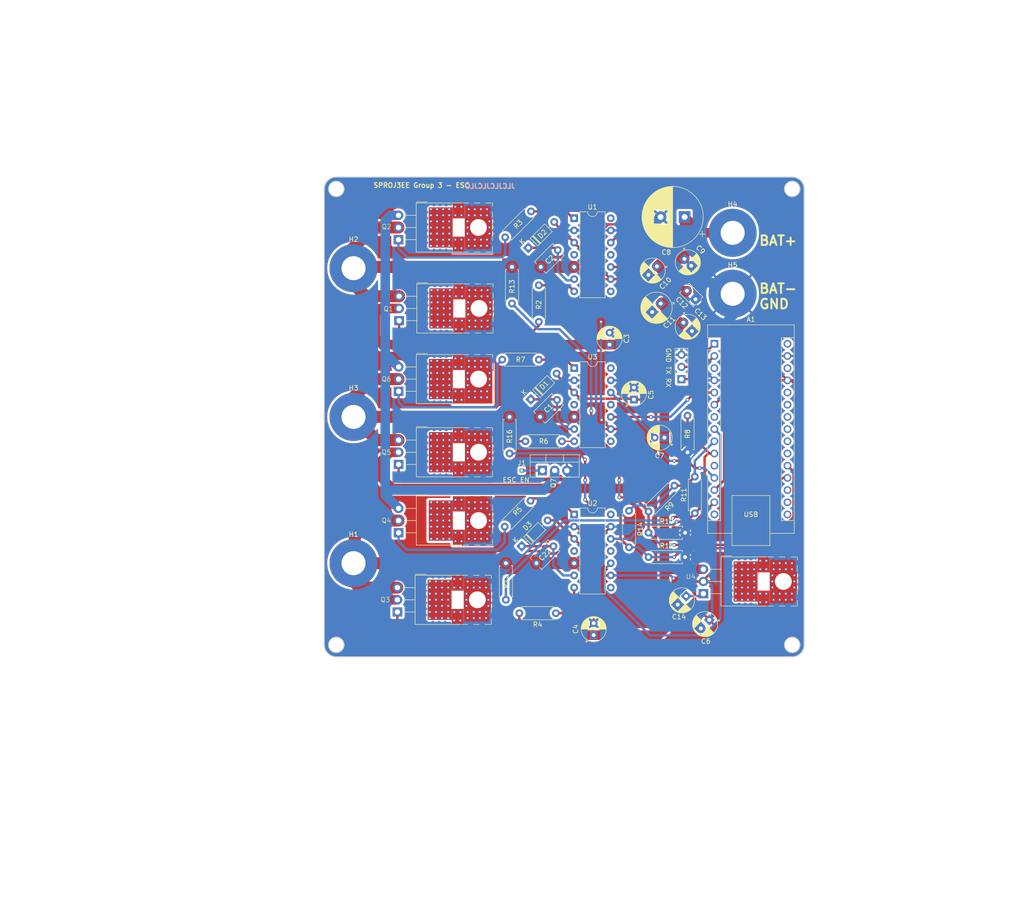
<source format=kicad_pcb>
(kicad_pcb (version 20240108) (generator "pcbnew") (generator_version "8.0")
  (layers (0 "F.Cu" signal) (31 "B.Cu" signal) (34 "B.Paste" user) (35 "F.Paste" user) (36 "B.SilkS" user "B.Silkscreen") (37 "F.SilkS" user "F.Silkscreen") (38 "B.Mask" user) (39 "F.Mask" user) (44 "Edge.Cuts" user))
  (net 0 "")
  (net 5 "+5V")
  (net 7 "GND")
  (net 10 "D2")
  (net 11 "D9")
  (net 12 "D11")
  (net 14 "RX")
  (net 15 "A0")
  (net 16 "D10")
  (net 17 "D3")
  (net 19 "Vin")
  (net 21 "D7")
  (net 23 "D6")
  (net 25 "TX")
  (net 26 "D5")
  (net 29 "Net-(D1-K)")
  (net 30 "Phase C")
  (net 31 "Net-(D2-K)")
  (net 32 "Phase B")
  (net 33 "Bat")
  (net 34 "Net-(U4-GND)")
  (net 35 "Phase A")
  (net 36 "Net-(D3-K)")
  (net 37 "Net-(Q1-G)")
  (net 38 "Net-(Q2-G)")
  (net 39 "Net-(Q3-G)")
  (net 40 "Net-(Q4-G)")
  (net 41 "Net-(Q5-G)")
  (net 42 "Net-(Q6-G)")
  (net 43 "HO_B")
  (net 44 "LO_B")
  (net 45 "HO_A")
  (net 46 "LO_A")
  (net 47 "HO_C")
  (net 48 "LO_C")
  (net 61 "Net-(J1-Pin_1)")
  (net 62 "Net-(Q2-S)")
  (net 63 "A1")
  (footprint "Capacitor_THT:CP_Radial_D5.0mm_P2.50mm" (layer "F.Cu") (at 164.084 83.755114 90)
    (property "Reference" "C3")
    (property "Value" "10u")
  )
  (footprint "TO-220_Pack_Footprint_V10:TO-220-3_Horizontal_ThermalVias" (layer "F.Cu") (at 141.888945 106.16549 90)
    (property "Reference" "Q5")
    (property "Value" "IRF3205" (hide yes))
  )
  (footprint "Resistor_THT:R_Axial_DIN0207_L6.3mm_D2.5mm_P7.62mm_Horizontal" (layer "F.Cu") (at 154.178 103.886 180)
    (property "Reference" "R6")
    (property "Value" "3.3" (hide yes))
  )
  (footprint "Resistor_THT:R_Axial_DIN0207_L6.3mm_D2.5mm_P7.62mm_Horizontal" (layer "F.Cu") (at 142.494 136.906 90)
    (property "Reference" "R12")
    (property "Value" "33k" (hide yes))
  )
  (footprint "Capacitor_THT:CP_Radial_D5.0mm_P2.50mm" (layer "F.Cu") (at 173.956255 67.442117 -135)
    (property "Reference" "C10")
    (property "Value" "10u")
  )
  (footprint "Capacitor_THT:CP_Radial_D5.0mm_P2.50mm" (layer "F.Cu") (at 179.487856 79.157856 -45)
    (property "Reference" "C13")
    (property "Value" "10n")
  )
  (footprint "Capacitor_THT:C_Disc_D5.1mm_W3.2mm_P5.00mm" (layer "F.Cu") (at 153.306687 64.028466 -135)
    (property "Reference" "C2")
    (property "Value" "1u")
  )
  (footprint "Connector_PinHeader_1.00mm:PinHeader_1x01_P1.00mm_Vertical" (layer "F.Cu") (at 145.796 109.982)
    (property "Reference" "J1")
    (property "Value" "Conn_01x01_Pin" (hide yes))
  )
  (footprint "Resistor_THT:R_Axial_DIN0207_L6.3mm_D2.5mm_P7.62mm_Horizontal" (layer "F.Cu") (at 143.256 106.426 90)
    (property "Reference" "R16")
    (property "Value" "33k" (hide yes))
  )
  (footprint "Capacitor_THT:C_Disc_D5.1mm_W3.2mm_P5.00mm" (layer "F.Cu") (at 152.394585 125.750961 -135)
    (property "Reference" "C22")
    (property "Value" "1u" (hide yes))
  )
  (footprint "Capacitor_THT:CP_Radial_D5.0mm_P2.00mm" (layer "F.Cu") (at 179.687786 65.895786 -45)
    (property "Reference" "C9")
    (property "Value" "100u")
  )
  (footprint "TO-220_Pack_Footprint_V10:TO-220-3_Horizontal_ThermalVias" (layer "F.Cu") (at 141.888944 90.92549 90)
    (property "Reference" "Q6")
    (property "Value" "IRF3205" (hide yes))
  )
  (footprint "MountingHole:MountingHole_5mm_Pad_TopBottom" (layer "F.Cu") (at 189.738 60.452)
    (property "Reference" "H4")
    (property "Value" "+12V_Batt")
  )
  (footprint "TO-220_Pack_Footprint_V10:TO-220-3_Horizontal_ThermalVias" (layer "F.Cu") (at 141.8565 59.336077 90)
    (property "Reference" "Q2")
    (property "Value" "IRF3205" (hide yes))
  )
  (footprint "Package_DIP:DIP-14_W7.62mm" (layer "F.Cu") (at 156.728 88.641001)
    (property "Reference" "U3")
    (property "Value" "IR2113" (hide yes))
  )
  (footprint "Resistor_THT:R_Axial_DIN0207_L6.3mm_D2.5mm_P7.62mm_Horizontal" (layer "F.Cu") (at 181.864 111.252 -90)
    (property "Reference" "R11")
    (property "Value" "33k" (hide yes))
  )
  (footprint "Capacitor_THT:CP_Radial_D12.5mm_P5.00mm" (layer "F.Cu") (at 179.731274 57.15 180)
    (property "Reference" "C8")
    (property "Value" "4700u")
  )
  (footprint "Resistor_THT:R_Axial_DIN0207_L6.3mm_D2.5mm_P7.62mm_Horizontal" (layer "F.Cu") (at 147.628154 116.277846 -135)
    (property "Reference" "R5")
    (property "Value" "3.3" (hide yes))
  )
  (footprint "Package_DIP:DIP-14_W7.62mm" (layer "F.Cu") (at 156.718 119.127511)
    (property "Reference" "U2")
    (property "Value" "IR2113")
  )
  (footprint "Diode_THT:D_DO-35_SOD27_P7.62mm_Horizontal" (layer "F.Cu") (at 147.673924 95.150077 45)
    (property "Reference" "D1")
    (property "Value" "1N4148" (hide yes))
  )
  (footprint "Resistor_THT:R_Axial_DIN0207_L6.3mm_D2.5mm_P7.62mm_Horizontal" (layer "F.Cu") (at 152.908 139.7 180)
    (property "Reference" "R4")
    (property "Value" "3.3" (hide yes))
  )
  (footprint "TO-220_Pack_Footprint_V10:TO-220-3_Horizontal_ThermalVias" (layer "F.Cu") (at 141.888945 120.396 90)
    (property "Reference" "Q4")
    (property "Value" "IRF3205" (hide yes))
  )
  (footprint "Resistor_THT:R_Axial_DIN0207_L6.3mm_D2.5mm_P7.62mm_Horizontal" (layer "F.Cu") (at 143.764 75.184 90)
    (property "Reference" "R13")
    (property "Value" "33k" (hide yes))
  )
  (footprint "Resistor_THT:R_Axial_DIN0207_L6.3mm_D2.5mm_P7.62mm_Horizontal" (layer "F.Cu") (at 168.148 118.364 -90)
    (property "Reference" "R14")
    (property "Value" "33k")
  )
  (footprint "Capacitor_THT:C_Disc_D5.1mm_W3.2mm_P5.00mm" (layer "F.Cu") (at 153.151767 95.260233 -135)
    (property "Reference" "C1")
    (property "Value" "1u" (hide yes))
  )
  (footprint "Capacitor_THT:CP_Radial_D6.3mm_P2.50mm" (layer "F.Cu") (at 174.752 75.184 -135)
    (property "Reference" "C11")
    (property "Value" "1u" (hide yes))
  )
  (footprint "Resistor_THT:R_Axial_DIN0207_L6.3mm_D2.5mm_P7.62mm_Horizontal" (layer "F.Cu") (at 172.212 128.016)
    (property "Reference" "R15")
    (property "Value" "10k")
  )
  (footprint "MountingHole:MountingHole_5mm_Pad_TopBottom" (layer "F.Cu") (at 110.744 67.818)
    (property "Reference" "H2")
    (property "Value" "MountingHole_Pad_PhaseB")
  )
  (footprint "Capacitor_THT:CP_Radial_D5.0mm_P2.50mm" (layer "F.Cu") (at 169.164 95.185113 90)
    (property "Reference" "C5")
    (property "Value" "10u")
  )
  (footprint "Package_DIP:DIP-14_W7.62mm" (layer "F.Cu") (at 156.718 57.404)
    (property "Reference" "U1")
    (property "Value" "IR2113")
  )
  (footprint "Capacitor_THT:C_Disc_D3.8mm_W2.6mm_P2.50mm" (layer "F.Cu") (at 180.218117 72.522117 -45)
    (property "Reference" "C12")
    (property "Value" "100n")
  )
  (footprint "TO-220_Pack_Footprint_V10:TO-220-3_Horizontal_ThermalVias" (layer "F.Cu") (at 205.388945 133.08949 90)
    (property "Reference" "U4")
    (property "Value" "LM1085-5.0" (hide yes))
  )
  (footprint "Resistor_THT:R_Axial_DIN0207_L6.3mm_D2.5mm_P7.62mm_Horizontal" (layer "F.Cu") (at 149.352 86.868 180)
    (property "Reference" "R7")
    (property "Value" "3.3" (hide yes))
  )
  (footprint "MountingHole:MountingHole_5mm_Pad_TopBottom" (layer "F.Cu") (at 110.744 129.286)
    (property "Reference" "H1")
    (property "Value" "MountingHole_Pad_PhaseA")
  )
  (footprint "Connector_PinHeader_2.54mm:PinHeader_1x03_P2.54mm_Vertical" (layer "F.Cu") (at 179.07 90.931999 180)
    (property "Reference" "Communication" (hide yes))
    (property "Value" "Conn_01x03_Pin")
  )
  (footprint "Resistor_THT:R_Axial_DIN0207_L6.3mm_D2.5mm_P7.62mm_Horizontal" (layer "F.Cu") (at 149.352 71.374 -90)
    (property "Reference" "R2")
    (property "Value" "3.3" (hide yes))
  )
  (footprint "Resistor_THT:R_Axial_DIN0207_L6.3mm_D2.5mm_P7.62mm_Horizontal" (layer "F.Cu") (at 180.34 98.552 -90)
    (property "Reference" "R8")
    (property "Value" "10k" (hide yes))
  )
  (footprint "TO-220_Pack_Footprint_V10:TO-220-3_Horizontal_ThermalVias" (layer "F.Cu") (at 141.986 76.2 90)
    (property "Reference" "Q1")
    (property "Value" "IRF3205" (hide yes))
  )
  (footprint "Module:Arduino_Nano" (layer "F.Cu") (at 185.928 83.566)
    (property "Reference" "A1")
    (property "Value" "Arduino_Nano_v3.x")
  )
  (footprint "MountingHole:MountingHole_5mm_Pad_TopBottom" (layer "F.Cu") (at 110.744 98.806)
    (property "Reference" "H3")
    (property "Value" "MountingHole_Pad_PhaseC")
  )
  (footprint "Capacitor_THT:CP_Radial_D5.0mm_P2.50mm" (layer "F.Cu") (at 180.052255 136.144 -135)
    (property "Reference" "C14")
    (property "Value" "10u")
  )
  (footprint "Diode_THT:D_DO-35_SOD27_P7.62mm_Horizontal" (layer "F.Cu") (at 145.796 125.750961 45)
    (property "Reference" "D3")
    (property "Value" "1N4148" (hide yes))
  )
  (footprint "TO-220_Pack_Footprint_V10:TO-220-3_Horizontal_ThermalVias" (layer "F.Cu") (at 141.634945 136.906 90)
    (property "Reference" "Q3")
    (property "Value" "IRF3205" (hide yes))
  )
  (footprint "Capacitor_THT:CP_Radial_D5.0mm_P2.00mm" (layer "F.Cu") (at 175.514 103.124 180)
    (property "Reference" "C7")
    (property "Value" "10u")
  )
  (footprint "Resistor_THT:R_Axial_DIN0207_L6.3mm_D2.5mm_P7.62mm_Horizontal" (layer "F.Cu") (at 177.600154 113.129923 -135)
    (property "Reference" "R9")
    (property "Value" "33k")
  )
  (footprint "Package_TO_SOT_THT:TO-220-3_Vertical" (layer "F.Cu") (at 150.114001 109.982)
    (property "Reference" "Q7")
    (property "Value" "IRF3205" (hide yes))
  )
  (footprint "MountingHole:MountingHole_5mm_Pad_TopBottom" (layer "F.Cu") (at 189.738 73.152)
    (property "Reference" "H5")
    (property "Value" "MountingHole_Pad_Bat-")
  )
  (footprint "Resistor_THT:R_Axial_DIN0207_L6.3mm_D2.5mm_P7.62mm_Horizontal" (layer "F.Cu") (at 172.212 122.936)
    (property "Reference" "R10")
    (property "Value" "10k")
  )
  (footprint "Capacitor_THT:CP_Radial_D5.0mm_P2.50mm" (layer "F.Cu") (at 160.782 144.272 90)
    (property "Reference" "C4")
    (property "Value" "10u")
  )
  (footprint "Diode_THT:D_DO-35_SOD27_P7.62mm_Horizontal" (layer "F.Cu") (at 147.165924 63.573928 45)
    (property "Reference" "D2")
    (property "Value" "1N4148" (hide yes))
  )
  (footprint "Resistor_THT:R_Axial_DIN0207_L6.3mm_D2.5mm_P7.62mm_Horizontal" (layer "F.Cu") (at 147.728077 55.979923 -135)
    (property "Reference" "R3")
    (property "Value" "3.3" (hide yes))
  )
  (footprint "Capacitor_THT:CP_Radial_D5.0mm_P2.50mm" (layer "F.Cu") (at 184.878255 141.102117 -135)
    (property "Reference" "C6")
    (property "Value" "100u")
  )
  (gr_circle (center 202.148 146.304001) (end 203.748 146.304001) (stroke (width 0.2)) (fill none) (layer "Edge.Cuts"))
  (gr_arc (start 107.147999 148.804001) (mid 105.380232 148.071767) (end 104.648 146.304) (stroke (width 0.2)) (layer "Edge.Cuts"))
  (gr_line (start 204.648 51.304001) (end 204.648 146.304001) (stroke (width 0.2)) (layer "Edge.Cuts"))
  (gr_line (start 107.148 48.804001) (end 202.148 48.804001) (stroke (width 0.2)) (layer "Edge.Cuts"))
  (gr_circle (center 107.148 146.304001) (end 108.748 146.304001) (stroke (width 0.2)) (fill none) (layer "Edge.Cuts"))
  (gr_arc (start 104.648 51.304002) (mid 105.380233 49.536234) (end 107.148 48.804001) (stroke (width 0.2)) (layer "Edge.Cuts"))
  (gr_line (start 104.648 146.304) (end 104.648 51.304002) (stroke (width 0.2)) (layer "Edge.Cuts"))
  (gr_arc (start 204.648 146.304001) (mid 203.915767 148.071768) (end 202.148 148.804001) (stroke (width 0.2)) (layer "Edge.Cuts"))
  (gr_line (start 202.148 148.804001) (end 107.147999 148.804001) (stroke (width 0.2)) (layer "Edge.Cuts"))
  (gr_arc (start 202.148 48.804001) (mid 203.915767 49.536234) (end 204.648 51.304001) (stroke (width 0.2)) (layer "Edge.Cuts"))
  (gr_circle (center 202.148 51.304001) (end 203.748 51.304001) (stroke (width 0.2)) (fill none) (layer "Edge.Cuts"))
  (gr_circle (center 149.648 93.804001) (end 149.658 93.804001) (stroke (width 0.0001)) (fill solid) (layer "Edge.Cuts"))
  (gr_circle (center 107.148 51.304001) (end 108.748 51.304001) (stroke (width 0.2)) (fill none) (layer "Edge.Cuts"))
  (gr_text "JLCJLCJLCJLC" (at 144.526 51.308 0) (layer "B.SilkS") (effects (font (size 1 1) (thickness 0.25) (bold yes)) (justify left bottom mirror)))
  (gr_text "BAT-\nGND" (at 195.072 76.454 0) (layer "F.SilkS") (effects (font (size 2 2) (thickness 0.4) (bold yes)) (justify left bottom)))
  (gr_text "GND TX RX" (at 175.768 84.328 -90) (layer "F.SilkS") (effects (font (size 1 1)) (justify left bottom)))
  (gr_text "BAT+" (at 195.072 63.246 0) (layer "F.SilkS") (effects (font (size 2 2) (thickness 0.4) (bold yes)) (justify left bottom)))
  (gr_text "SPROJ3EE Group 3 - ESC" (at 114.808 50.546 0) (layer "F.SilkS") (effects (font (size 1 1) (thickness 0.2) (bold yes)) (justify left)))
  (gr_text "ESC EN" (at 141.732 112.522 0) (layer "F.SilkS") (effects (font (size 1 1)) (justify left bottom)))
  (segment (start 189.484 127) (end 201.168 127) (width 0.5) (layer "F.Cu") (net 5))
  (segment (start 162.306 60.208233) (end 163.820233 58.694) (width 0.5) (layer "F.Cu") (net 5))
  (segment (start 163.820233 58.694) (end 167.13805 58.694) (width 0.5) (layer "F.Cu") (net 5))
  (segment (start 203.708 92.964) (end 201.93 91.186) (width 0.5) (layer "F.Cu") (net 5))
  (segment (start 201.168 127) (end 203.708 124.46) (width 0.5) (layer "F.Cu") (net 5))
  (segment (start 167.13805 58.694) (end 174.52405 51.308) (width 0.5) (layer "F.Cu") (net 5))
  (segment (start 162.306 67.31) (end 162.306 60.208233) (width 0.5) (layer "F.Cu") (net 5))
  (segment (start 203.708 124.46) (end 203.708 92.964) (width 0.5) (layer "F.Cu") (net 5))
  (segment (start 162.306 68.072) (end 162.306 67.31) (width 0.5) (layer "F.Cu") (net 5))
  (segment (start 178.054 133.096) (end 183.642001 133.096) (width 0.5) (layer "F.Cu") (net 5))
  (segment (start 201.93 91.186) (end 201.168 91.186) (width 0.5) (layer "F.Cu") (net 5))
  (segment (start 183.642001 132.841999) (end 189.484 127) (width 0.5) (layer "F.Cu") (net 5))
  (segment (start 164.338 70.104) (end 162.306 68.072) (width 0.5) (layer "F.Cu") (net 5))
  (segment (start 197.866 57.677529) (end 197.866 87.884) (width 0.5) (layer "F.Cu") (net 5))
  (segment (start 177.419 132.461) (end 178.054 133.096) (width 0.5) (layer "F.Cu") (net 5))
  (segment (start 162.306 67.31) (end 162.306 78.994) (width 0.5) (layer "F.Cu") (net 5))
  (segment (start 191.496471 51.308) (end 197.866 57.677529) (width 0.5) (layer "F.Cu") (net 5))
  (segment (start 162.4405 99.4335) (end 162.4405 99.433501) (width 0.5) (layer "F.Cu") (net 5))
  (segment (start 174.52405 51.308) (end 191.496471 51.308) (width 0.5) (layer "F.Cu") (net 5))
  (segment (start 162.4405 99.433501) (end 164.348 101.341001) (width 0.5) (layer "F.Cu") (net 5))
  (segment (start 197.866 87.884) (end 201.168 91.186) (width 0.5) (layer "F.Cu") (net 5))
  (via (at 162.306 78.994) (size 0.8) (drill 0.4) (layers "F.Cu" "B.Cu") (net 5))
  (via (at 177.419 132.461) (size 0.8) (drill 0.4) (layers "F.Cu" "B.Cu") (net 5))
  (via (at 162.4405 99.4335) (size 0.8) (drill 0.4) (layers "F.Cu" "B.Cu") (net 5))
  (segment (start 162.306 78.994) (end 162.306 99.299001) (width 0.5) (layer "B.Cu") (net 5))
  (segment (start 185.44394 140.536432) (end 184.878255 141.102117) (width 0.5) (layer "B.Cu") (net 5))
  (segment (start 162.4405 99.4335) (end 162.4405 99.433501) (width 0.5) (layer "B.Cu") (net 5))
  (segment (start 185.44394 133.88194) (end 184.658 133.096) (width 0.5) (layer "B.Cu") (net 5))
  (segment (start 176.785511 131.827511) (end 164.338 131.827511) (width 0.5) (layer "B.Cu") (net 5))
  (segment (start 177.419 132.461) (end 176.785511 131.827511) (width 0.5) (layer "B.Cu") (net 5))
  (segment (start 162.306 99.299001) (end 162.440499 99.4335) (width 0.5) (layer "B.Cu") (net 5))
  (segment (start 185.44394 133.88194) (end 185.44394 140.536432) (width 0.5) (layer "B.Cu") (net 5))
  (segment (start 184.658 133.096) (end 183.642001 133.096) (width 0.5) (layer "B.Cu") (net 5))
  (segment (start 162.440499 99.4335) (end 162.4405 99.4335) (width 0.5) (layer "B.Cu") (net 5))
  (segment (start 183.642001 133.096) (end 183.642001 132.841999) (width 0.5) (layer "B.Cu") (net 5))
  (segment (start 156.718 121.667511) (end 157.226 121.667511) (width 0.5) (layer "F.Cu") (net 7))
  (segment (start 160.782 141.772) (end 160.782 125.223511) (width 0.5) (layer "F.Cu") (net 7))
  (segment (start 160.782 125.223511) (end 164.338 121.667511) (width 0.5) (layer "F.Cu") (net 7))
  (segment (start 157.226 121.667511) (end 160.782 125.223511) (width 0.5) (layer "F.Cu") (net 7))
  (segment (start 179.555198 133.812629) (end 177.720884 135.646943) (width 2) (layer "B.Cu") (net 7))
  (segment (start 181.102 67.31) (end 181.356 67.31) (width 2) (layer "B.Cu") (net 7))
  (segment (start 172.188488 76.156022) (end 172.984233 76.951767) (width 2) (layer "B.Cu") (net 7))
  (segment (start 175.514 85.852) (end 179.07 85.852) (width 0.5) (layer "B.Cu") (net 7))
  (segment (start 172.984233 78.750233) (end 175.641 81.407) (width 2) (layer "B.Cu") (net 7))
  (segment (start 180.594 85.852) (end 185.928 91.186) (width 0.5) (layer "B.Cu") (net 7))
  (segment (start 181.356 67.31) (end 182.626 68.58) (width 2) (layer "B.Cu") (net 7))
  (segment (start 172.963999 102.574) (end 172.963999 101.34705) (width 0.5) (layer "B.Cu") (net 7))
  (segment (start 179.07 85.852) (end 180.594 85.852) (width 0.5) (layer "B.Cu") (net 7))
  (segment (start 164.338 59.944) (end 170.839704 59.944) (width 0.5) (layer "B.Cu") (net 7))
  (segment (start 168.953974 116.568077) (end 168.936051 116.586) (width 0.5) (layer "B.Cu") (net 7))
  (segment (start 172.984233 76.951767) (end 172.984233 78.750233) (width 2) (layer "B.Cu") (net 7))
  (segment (start 172.188488 69.209884) (end 172.188488 76.156022) (width 2) (layer "B.Cu") (net 7))
  (segment (start 170.942 94.978225) (end 173.513999 92.406226) (width 0.5) (layer "B.Cu") (net 7))
  (segment (start 173.252886 79.018886) (end 173.609 79.375) (width 0.5) (layer "B.Cu") (net 7))
  (segment (start 172.963999 101.34705) (end 170.942 99.325051) (width 0.5) (layer "B.Cu") (net 7))
  (segment (start 172.974 92.685113) (end 169.164 92.685113) (width 0.5) (layer "B.Cu") (net 7))
  (segment (start 182.626 68.58) (end 182.626 70.866) (width 2) (layer "B.Cu") (net 7))
  (segment (start 180.34 106.172) (end 180.34 106.426) (width 0.5) (layer "B.Cu") (net 7))
  (segment (start 173.513999 87.852001) (end 175.514 85.852) (width 0.5) (layer "B.Cu") (net 7))
  (segment (start 173.513999 92.406226) (end 173.513999 87.852001) (width 0.5) (layer "B.Cu") (net 7))
  (segment (start 181.255623 80.925623) (end 186.536377 80.925623) (width 2) (layer "B.Cu") (net 7))
  (segment (start 174.731274 57.15) (end 171.388489 60.492785) (width 2) (layer "B.Cu") (net 7))
  (segment (start 179.864 110.236) (end 179.864 133.812629) (width 2) (layer "B.Cu") (net 7))
  (segment (start 182.626 70.866) (end 187.452 70.866) (width 2) (layer "B.Cu") (net 7))
  (segment (start 171.388489 68.409885) (end 172.188488 69.209884) (width 2) (layer "B.Cu") (net 7))
  (segment (start 178.284488 138.043884) (end 183.110488 142.869884) (width 2) (layer "B.Cu") (net 7))
  (segment (start 182.626 73.649768) (end 181.985884 74.289884) (width 2) (layer "B.Cu") (net 7))
  (segment (start 164.084 81.255114) (end 175.489114 81.255114) (width 0.5) (layer "B.Cu") (net 7))
  (segment (start 179.864 133.812629) (end 179.555198 133.812629) (width 2) (layer "B.Cu") (net 7))
  (segment (start 164.338 59.944) (end 156.718 59.944) (width 0.5) (layer "B.Cu") (net 7))
  (segment (start 177.720884 135.646943) (end 177.720884 137.348163) (width 2) (layer "B.Cu") (net 7))
  (segment (start 170.197923 116.568077) (end 168.953974 116.568077) (width 0.5) (layer "B.Cu") (net 7))
  (segment (start 178.869246 83.312) (end 181.255623 80.925623) (width 2) (layer "B.Cu") (net 7))
  (segment (start 167.659888 91.181001) (end 169.164 92.685113) (width 0.5) (layer "B.Cu") (net 7))
  (segment (start 177.720884 137.348163) (end 178.284488 137.911767) (width 2) (layer "B.Cu") (net 7))
  (segment (start 178.869246 83.312) (end 180.594 83.312) (width 2) (layer "B.Cu") (net 7))
  (segment (start 164.348 91.181001) (end 167.659888 91.181001) (width 0.5) (layer "B.Cu") (net 7))
  (segment (start 170.839704 59.944) (end 171.388489 60.492785) (width 0.5) (layer "B.Cu") (net 7))
  (segment (start 173.235112 92.685113) (end 172.974 92.685113) (width 0.5) (layer "B.Cu") (net 7))
  (segment (start 182.626 85.344) (end 182.626 103.886) (width 2) (layer "B.Cu") (net 7))
  (segment (start 180.594 83.312) (end 182.626 85.344) (width 2) (layer "B.Cu") (net 7))
  (segment (start 178.284488 137.911767) (end 178.284488 138.043884) (width 2) (layer "B.Cu") (net 7))
  (segment (start 189.738 77.724) (end 189.738 73.152) (width 2) (layer "B.Cu") (net 7))
  (segment (start 175.641 81.407) (end 177.546 83.312) (width 2) (layer "B.Cu") (net 7))
  (segment (start 155.194 109.982) (end 155.448 110.236) (width 2) (layer "B.Cu") (net 7))
  (segment (start 173.235112 92.685113) (end 173.513999 92.406226) (width 0.5) (layer "B.Cu") (net 7))
  (segment (start 155.448 110.236) (end 179.864 110.236) (width 2) (layer "B.Cu") (net 7))
  (segment (start 177.546 83.312) (end 178.869246 83.312) (width 2) (layer "B.Cu") (net 7))
  (segment (start 182.626 103.886) (end 179.864 106.648) (width 2) (layer "B.Cu") (net 7))
  (segment (start 179.864 106.648) (end 179.864 110.236) (width 2) (layer "B.Cu") (net 7))
  (segment (start 187.452 70.866) (end 189.738 73.152) (width 2) (layer "B.Cu") (net 7))
  (segment (start 186.536377 80.925623) (end 189.738 77.724) (width 2) (layer "B.Cu") (net 7))
  (segment (start 171.388489 60.492785) (end 171.388489 68.409885) (width 2) (layer "B.Cu") (net 7))
  (segment (start 173.513999 103.124) (end 172.963999 102.574) (width 0.5) (layer "B.Cu") (net 7))
  (segment (start 170.942 99.325051) (end 170.942 94.978225) (width 0.5) (layer "B.Cu") (net 7))
  (segment (start 175.489114 81.255114) (end 175.641 81.407) (width 0.5) (layer "B.Cu") (net 7))
  (segment (start 182.626 70.866) (end 182.626 73.649768) (width 2) (layer "B.Cu") (net 7))
  (segment (start 164.348 98.801001) (end 172.72 98.801001) (width 0.5) (layer "F.Cu") (net 10))
  (segment (start 172.969001 98.801001) (end 172.974 98.806) (width 0.25) (layer "F.Cu") (net 10))
  (segment (start 172.72 98.801001) (end 172.969001 98.801001) (width 0.25) (layer "F.Cu") (net 10))
  (segment (start 181.864 93.726) (end 185.928 93.726) (width 0.5) (layer "F.Cu") (net 10))
  (segment (start 180.34 95.25) (end 181.864 93.726) (width 0.5) (layer "F.Cu") (net 10))
  (via (at 180.34 95.25) (size 0.8) (drill 0.4) (layers "F.Cu" "B.Cu") (net 10))
  (via (at 172.72 98.801001) (size 0.8) (drill 0.4) (layers "F.Cu" "B.Cu") (net 10))
  (segment (start 172.72 98.801001) (end 176.788999 98.801001) (width 0.5) (layer "B.Cu") (net 10))
  (segment (start 176.788999 98.801001) (end 180.34 95.25) (width 0.5) (layer "B.Cu") (net 10))
  (segment (start 182.88 109.474) (end 181.874233 109.474) (width 0.5) (layer "F.Cu") (net 11))
  (segment (start 181.874233 109.474) (end 180.350233 107.95) (width 0.5) (layer "F.Cu") (net 11))
  (segment (start 180.350233 107.95) (end 177.546 107.95) (width 0.5) (layer "F.Cu") (net 11))
  (via (at 177.546 107.95) (size 0.8) (drill 0.4) (layers "F.Cu" "B.Cu") (net 11))
  (via (at 182.88 109.474) (size 0.8) (drill 0.4) (layers "F.Cu" "B.Cu") (net 11))
  (segment (start 172.263999 101.637) (end 164.348 93.721001) (width 0.5) (layer "B.Cu") (net 11))
  (segment (start 172.263999 103.641767) (end 172.263999 101.637) (width 0.5) (layer "B.Cu") (net 11))
  (segment (start 177.546 107.95) (end 176.572232 107.95) (width 0.5) (layer "B.Cu") (net 11))
  (segment (start 185.928 111.505999) (end 183.896001 109.474) (width 0.5) (layer "B.Cu") (net 11))
  (segment (start 176.572232 107.95) (end 172.263999 103.641767) (width 0.5) (layer "B.Cu") (net 11))
  (segment (start 183.896001 109.474) (end 182.88 109.474) (width 0.5) (layer "B.Cu") (net 11))
  (segment (start 181.864 120.65) (end 185.928 116.586) (width 0.5) (layer "F.Cu") (net 12))
  (segment (start 178.054 120.65) (end 181.864 120.65) (width 0.5) (layer "F.Cu") (net 12))
  (via (at 178.054 120.65) (size 0.8) (drill 0.4) (layers "F.Cu" "B.Cu") (net 12))
  (segment (start 171.362 121.227511) (end 168.382 124.207511) (width 0.5) (layer "B.Cu") (net 12))
  (segment (start 168.382 124.207511) (end 164.338 124.207511) (width 0.5) (layer "B.Cu") (net 12))
  (segment (start 177.476489 121.227511) (end 178.054 120.65) (width 0.5) (layer "B.Cu") (net 12))
  (segment (start 171.362 121.227511) (end 177.476489 121.227511) (width 0.5) (layer "B.Cu") (net 12))
  (segment (start 179.07 90.931999) (end 181.102001 90.931999) (width 0.5) (layer "F.Cu") (net 14))
  (segment (start 181.102001 90.931999) (end 185.928 86.106) (width 0.5) (layer "F.Cu") (net 14))
  (segment (start 166.116 107.416768) (end 160.274 101.574768) (width 0.5) (layer "F.Cu") (net 15))
  (segment (start 160.274 101.574768) (end 160.274 97.536) (width 0.5) (layer "F.Cu") (net 15))
  (segment (start 166.116 115.57) (end 169.263923 115.57) (width 0.5) (layer "F.Cu") (net 15))
  (segment (start 177.546 125.476) (end 195.58 125.476) (width 0.5) (layer "F.Cu") (net 15))
  (segment (start 166.116 112.014) (end 166.116 107.416768) (width 0.5) (layer "F.Cu") (net 15))
  (segment (start 169.263923 115.57) (end 172.212 118.518077) (width 0.5) (layer "F.Cu") (net 15))
  (segment (start 199.39 121.666) (end 199.39 112.288) (width 0.5) (layer "F.Cu") (net 15))
  (segment (start 172.212 118.518077) (end 172.212 122.936) (width 0.5) (layer "F.Cu") (net 15))
  (segment (start 200.172 111.506) (end 201.168 111.506) (width 0.5) (layer "F.Cu") (net 15))
  (segment (start 199.39 112.288) (end 200.172 111.506) (width 0.5) (layer "F.Cu") (net 15))
  (segment (start 195.58 125.476) (end 199.39 121.666) (width 0.5) (layer "F.Cu") (net 15))
  (via (at 177.546 125.476) (size 0.8) (drill 0.4) (layers "F.Cu" "B.Cu") (net 15))
  (via (at 160.274 97.536) (size 0.8) (drill 0.4) (layers "F.Cu" "B.Cu") (net 15))
  (via (at 166.116 115.57) (size 0.8) (drill 0.4) (layers "F.Cu" "B.Cu") (net 15))
  (via (at 166.116 112.014) (size 0.8) (drill 0.4) (layers "F.Cu" "B.Cu") (net 15))
  (segment (start 174.752 125.476) (end 172.212 122.936) (width 0.5) (layer "B.Cu") (net 15))
  (segment (start 149.098 80.518) (end 143.764 75.184) (width 0.5) (layer "B.Cu") (net 15))
  (segment (start 153.67 80.518) (end 149.098 80.518) (width 0.5) (layer "B.Cu") (net 15))
  (segment (start 160.274 97.536) (end 160.274 87.122) (width 0.5) (layer "B.Cu") (net 15))
  (segment (start 177.546 125.476) (end 174.752 125.476) (width 0.5) (layer "B.Cu") (net 15))
  (segment (start 166.116 112.014) (end 166.116 115.57) (width 0.5) (layer "B.Cu") (net 15))
  (segment (start 160.274 87.122) (end 153.67 80.518) (width 0.5) (layer "B.Cu") (net 15))
  (segment (start 191.26852 52.07) (end 193.410571 54.212051) (width 0.5) (layer "F.Cu") (net 16))
  (segment (start 187.96 112.014) (end 185.928 114.046) (width 0.5) (layer "F.Cu") (net 16))
  (segment (start 197.042 86.14195) (end 187.96 95.22395) (width 0.5) (layer "F.Cu") (net 16))
  (segment (start 164.338 62.484) (end 174.752 52.07) (width 0.5) (layer "F.Cu") (net 16))
  (segment (start 193.410571 54.212051) (end 197.042 57.843479) (width 0.5) (layer "F.Cu") (net 16))
  (segment (start 187.96 95.22395) (end 187.96 112.014) (width 0.5) (layer "F.Cu") (net 16))
  (segment (start 197.042 57.843479) (end 197.042 86.14195) (width 0.5) (layer "F.Cu") (net 16))
  (segment (start 174.752 52.07) (end 191.26852 52.07) (width 0.5) (layer "F.Cu") (net 16))
  (segment (start 169.418 67.564) (end 171.196 65.786) (width 0.5) (layer "F.Cu") (net 17))
  (segment (start 196.342 58.133429) (end 196.342 85.852) (width 0.5) (layer "F.Cu") (net 17))
  (segment (start 196.342 85.852) (end 185.928 96.266) (width 0.5) (layer "F.Cu") (net 17))
  (segment (start 191.040571 52.832) (end 196.342 58.133429) (width 0.5) (layer "F.Cu") (net 17))
  (segment (start 171.196 57.15) (end 175.514 52.832) (width 0.5) (layer "F.Cu") (net 17))
  (segment (start 171.196 65.786) (end 171.196 57.15) (width 0.5) (layer "F.Cu") (net 17))
  (segment (start 175.514 52.832) (end 191.040571 52.832) (width 0.5) (layer "F.Cu") (net 17))
  (segment (start 164.338 67.564) (end 169.418 67.564) (width 0.5) (layer "F.Cu") (net 17))
  (segment (start 177.546 119.634) (end 181.102 119.634) (width 0.5) (layer "F.Cu") (net 21))
  (segment (start 180.34 101.854) (end 184.912 106.426) (width 0.5) (layer "F.Cu") (net 21))
  (segment (start 177.292 119.888) (end 177.546 119.634) (width 0.5) (layer "F.Cu") (net 21))
  (segment (start 183.896 116.84) (end 183.896 107.188) (width 0.5) (layer "F.Cu") (net 21))
  (segment (start 181.102 119.634) (end 183.896 116.84) (width 0.5) (layer "F.Cu") (net 21))
  (segment (start 183.896 107.188) (end 184.658 106.426) (width 0.5) (layer "F.Cu") (net 21))
  (segment (start 184.658 106.426) (end 185.928 106.426) (width 0.5) (layer "F.Cu") (net 21))
  (segment (start 180.34 98.552) (end 180.34 101.854) (width 0.5) (layer "F.Cu") (net 21))
  (segment (start 184.912 106.426) (end 185.928 106.426) (width 0.5) (layer "F.Cu") (net 21))
  (via (at 177.292 119.888) (size 0.8) (drill 0.4) (layers "F.Cu" "B.Cu") (net 21))
  (segment (start 142.494 132.588) (end 142.494 136.906) (width 0.5) (layer "B.Cu") (net 21))
  (segment (start 177.292 119.888) (end 176.802489 120.377511) (width 0.5) (layer "B.Cu") (net 21))
  (segment (start 176.802489 120.377511) (end 154.704489 120.377511) (width 0.5) (layer "B.Cu") (net 21))
  (segment (start 154.704489 120.377511) (end 142.494 132.588) (width 0.5) (layer "B.Cu") (net 21))
  (segment (start 177.600154 113.129923) (end 179.986077 113.129923) (width 0.5) (layer "F.Cu") (net 23))
  (segment (start 179.986077 113.129923) (end 181.864 111.252) (width 0.5) (layer "F.Cu") (net 23))
  (segment (start 173.462 117.268077) (end 177.600154 113.129923) (width 0.5) (layer "B.Cu") (net 23))
  (segment (start 168.148 118.364) (end 169.243923 117.268077) (width 0.5) (layer "B.Cu") (net 23))
  (segment (start 169.243923 117.268077) (end 173.462 117.268077) (width 0.5) (layer "B.Cu") (net 23))
  (segment (start 181.864 107.95) (end 185.928 103.886) (width 0.5) (layer "B.Cu") (net 23))
  (segment (start 181.864 111.252) (end 181.864 107.95) (width 0.5) (layer "B.Cu") (net 23))
  (segment (start 179.07 88.391999) (end 181.102001 88.391999) (width 0.5) (layer "F.Cu") (net 25))
  (segment (start 181.102001 88.391999) (end 185.928 83.566) (width 0.5) (layer "F.Cu") (net 25))
  (segment (start 185.928 101.346001) (end 187.178 102.596001) (width 0.5) (layer "B.Cu") (net 26))
  (segment (start 187.178 140.852982) (end 183.711098 144.319884) (width 0.5) (layer "B.Cu") (net 26))
  (segment (start 163.088 134.894) (end 163.088 130.537511) (width 0.5) (layer "B.Cu") (net 26))
  (segment (start 187.178 102.596001) (end 187.178 140.852982) (width 0.5) (layer "B.Cu") (net 26))
  (segment (start 183.711098 144.319884) (end 172.513884 144.319884) (width 0.5) (layer "B.Cu") (net 26))
  (segment (start 172.513884 144.319884) (end 163.088 134.894) (width 0.5) (layer "B.Cu") (net 26))
  (segment (start 163.088 130.537511) (end 164.338 129.287511) (width 0.5) (layer "B.Cu") (net 26))
  (segment (start 147.673924 95.150077) (end 153.041611 95.150077) (width 0.5) (layer "F.Cu") (net 29))
  (segment (start 153.041611 95.150077) (end 153.151767 95.260233) (width 0.5) (layer "F.Cu") (net 29))
  (segment (start 153.151767 99.303767) (end 155.189001 101.341001) (width 0.5) (layer "B.Cu") (net 29))
  (segment (start 153.151767 95.260233) (end 153.151767 99.303767) (width 0.5) (layer "B.Cu") (net 29))
  (segment (start 155.189001 101.341001) (end 156.728 101.341001) (width 0.5) (layer "B.Cu") (net 29))
  (segment (start 110.744 94.742) (end 110.744 98.806) (width 2.5) (layer "F.Cu") (net 30))
  (segment (start 115.57 103.632) (end 110.744 98.806) (width 2.5) (layer "F.Cu") (net 30))
  (segment (start 112.024233 98.795767) (end 112.014 98.806) (width 2.5) (layer "F.Cu") (net 30))
  (segment (start 149.606 98.806) (end 149.616233 98.795767) (width 2.5) (layer "F.Cu") (net 30))
  (segment (start 114.554 90.932) (end 110.744 94.742) (width 2.5) (layer "F.Cu") (net 30))
  (segment (start 114.554 90.932) (end 120.142 90.932) (width 2.5) (layer "F.Cu") (net 30))
  (segment (start 156.722766 98.795767) (end 156.728 98.801001) (width 2.5) (layer "F.Cu") (net 30))
  (segment (start 112.014 98.806) (end 111.506 98.298) (width 2.5) (layer "F.Cu") (net 30))
  (segment (start 110.754233 98.795767) (end 110.744 98.806) (width 2.5) (layer "F.Cu") (net 30))
  (segment (start 149.616233 98.795767) (end 110.754233 98.795767) (width 2.5) (layer "F.Cu") (net 30))
  (segment (start 112.014 99.314) (end 112.014 98.806) (width 2.5) (layer "F.Cu") (net 30))
  (segment (start 149.616233 98.795767) (end 156.722766 98.795767) (width 2.5) (layer "F.Cu") (net 30))
  (segment (start 120.142 103.632) (end 115.57 103.632) (width 2.5) (layer "F.Cu") (net 30))
  (segment (start 152.597327 63.573928) (end 147.165924 63.573928) (width 0.5) (layer "F.Cu") (net 31))
  (segment (start 153.306687 64.283288) (end 152.597327 63.573928) (width 0.5) (layer "F.Cu") (net 31))
  (segment (start 155.179001 70.353001) (end 156.718 70.353001) (width 0.5) (layer "B.Cu") (net 31))
  (segment (start 153.306687 68.480687) (end 155.179001 70.353001) (width 0.5) (layer "B.Cu") (net 31))
  (segment (start 153.306687 64.028466) (end 153.306687 68.480687) (width 0.5) (layer "B.Cu") (net 31))
  (segment (start 113.284 73.66) (end 120.232545 73.66) (width 2.5) (layer "F.Cu") (net 32))
  (segment (start 110.744 71.12) (end 113.284 73.66) (width 2.5) (layer "F.Cu") (net 32))
  (segment (start 110.744 63.5) (end 110.744 71.12) (width 2.5) (layer "F.Cu") (net 32))
  (segment (start 114.901413 59.342587) (end 110.744 63.5) (width 2.5) (layer "F.Cu") (net 32))
  (segment (start 120.232545 73.66) (end 120.239055 73.66651) (width 2.5) (layer "F.Cu") (net 32))
  (segment (start 110.998 67.564) (end 149.771153 67.564) (width 2.5) (layer "F.Cu") (net 32))
  (segment (start 149.771153 67.564) (end 156.718 67.564) (width 2.5) (layer "F.Cu") (net 32))
  (segment (start 120.109556 59.342587) (end 114.901413 59.342587) (width 2.5) (layer "F.Cu") (net 32))
  (segment (start 173.956255 67.442117) (end 174.122117 67.442117) (width 2) (layer "F.Cu") (net 33))
  (segment (start 153.062078 90.055078) (end 153.062078 89.761923) (width 0.5) (layer "F.Cu") (net 33))
  (segment (start 175.514 112.014) (end 173.81 113.718) (width 2) (layer "F.Cu") (net 33))
  (segment (start 156.728 93.721) (end 153.062078 90.055078) (width 0.5) (layer "F.Cu") (net 33))
  (segment (start 116.586 111.506) (end 116.586 107.95) (width 2) (layer "F.Cu") (net 33))
  (segment (start 118.798 113.718) (end 116.586 111.506) (width 2) (layer "F.Cu") (net 33))
  (segment (start 158.017999 95.011001) (end 168.989888 95.011001) (width 0.5) (layer "F.Cu") (net 33))
  (segment (start 175.006 74.93) (end 174.752 75.184) (width 2) (layer "F.Cu") (net 33))
  (segment (start 116.888001 136.91251) (end 119.888001 136.91251) (width 2) (layer "F.Cu") (net 33))
  (segment (start 175.514 112.014) (end 175.514 131.572) (width 2) (layer "F.Cu") (net 33))
  (segment (start 169.164 95.185113) (end 175.324887 95.185113) (width 0.5) (layer "F.Cu") (net 33))
  (segment (start 115.316 77.216) (end 115.316 82.296) (width 2) (layer "F.Cu") (net 33))
  (segment (start 175.514 131.572) (end 175.514 143.002) (width 2) (layer "F.Cu") (net 33))
  (segment (start 174.244 144.272) (end 159.004 144.272) (width 2) (layer "F.Cu") (net 33))
  (segment (start 175.324887 95.185113) (end 175.514 94.996) (width 0.5) (layer "F.Cu") (net 33))
  (segment (start 164.084 83.755114) (end 164.093114 83.746) (width 2) (layer "F.Cu") (net 33))
  (segment (start 179.202117 72.522117) (end 180.218117 72.522117) (width 2) (layer "F.Cu") (net 33))
  (segment (start 116.332 144.272) (end 114.554 142.494) (width 2) (layer "F.Cu") (net 33))
  (segment (start 180.218117 72.522117) (end 177.810234 74.93) (width 2) (layer "F.Cu") (net 33))
  (segment (start 115.316 82.296) (end 116.766 83.746) (width 2) (layer "F.Cu") (net 33))
  (segment (start 179.687786 65.895786) (end 179.731274 65.852298) (width 2) (layer "F.Cu") (net 33))
  (segment (start 156.713 93.721) (end 156.728 93.721) (width 0.25) (layer "F.Cu") (net 33))
  (segment (start 116.32549 76.20651) (end 115.316 77.216) (width 2) (layer "F.Cu") (net 33))
  (segment (start 183.033274 60.452) (end 189.738 60.452) (width 2) (layer "F.Cu") (net 33))
  (segment (start 156.718 124.20751) (end 159.004 126.49351) (width 0.5) (layer "F.Cu") (net 33))
  (segment (start 152.873297 120.362807) (end 156.718 124.20751) (width 0.5) (layer "F.Cu") (net 33))
  (segment (start 174.752 75.184) (end 178.725856 79.157856) (width 2) (layer "F.Cu") (net 33))
  (segment (start 159.004 126.49351) (end 159.004 144.272) (width 0.5) (layer "F.Cu") (net 33))
  (segment (start 179.687786 65.895786) (end 175.502586 65.895786) (width 2) (layer "F.Cu") (net 33))
  (segment (start 177.810234 74.93) (end 175.006 74.93) (width 2) (layer "F.Cu") (net 33))
  (segment (start 152.554078 58.320077) (end 156.583697 62.349696) (width 0.5) (layer "F.Cu") (net 33))
  (segment (start 175.514 83.131712) (end 175.514 94.996) (width 2) (layer "F.Cu") (net 33))
  (segment (start 175.502586 65.895786) (end 173.956255 67.442117) (width 2) (layer "F.Cu") (net 33))
  (segment (start 116.766 83.746) (end 160.02 83.746) (width 2) (layer "F.Cu") (net 33))
  (segment (start 173.81 113.718) (end 118.798 113.718) (width 2) (layer "F.Cu") (net 33))
  (segment (start 152.554078 58.185774) (end 152.554078 58.320077) (width 0.5) (layer "F.Cu") (net 33))
  (segment (start 175.514 143.002) (end 174.244 144.272) (width 2) (layer "F.Cu") (net 33))
  (segment (start 179.487856 79.157856) (end 175.514 83.131712) (width 2) (layer "F.Cu") (net 33))
  (segment (start 168.989888 95.011001) (end 169.164 95.185113) (width 0.5) (layer "F.Cu") (net 33))
  (segment (start 114.554 139.246511) (end 116.888001 136.91251) (width 2) (layer "F.Cu") (net 33))
  (segment (start 160.02 65.785999) (end 160.02 83.746) (width 0.5) (layer "F.Cu") (net 33))
  (segment (start 116.586 107.95) (end 118.364 106.172) (width 2) (layer "F.Cu") (net 33))
  (segment (start 179.731274 57.15) (end 183.033274 60.452) (width 2) (layer "F.Cu") (net 33))
  (segment (start 174.122117 67.442117) (end 179.202117 72.522117) (width 2) (layer "F.Cu") (net 33))
  (segment (start 120.239056 76.20651) (end 116.32549 76.20651) (width 2) (layer "F.Cu") (net 33))
  (segment (start 151.184154 120.362807) (end 152.873297 120.362807) (width 0.5) (layer "F.Cu") (net 33))
  (segment (start 179.731274 65.852298) (end 179.731274 57.15) (width 2) (layer "F.Cu") (net 33))
  (segment (start 156.718 62.483999) (end 160.02 65.785999) (width 0.5) (layer "F.Cu") (net 33))
  (segment (start 178.725856 79.157856) (end 179.487856 79.157856) (width 2) (layer "F.Cu") (net 33))
  (segment (start 114.554 142.494) (end 114.554 139.246511) (width 2) (layer "F.Cu") (net 33))
  (segment (start 175.514 94.996) (end 175.514 112.014) (width 2) (layer "F.Cu") (net 33))
  (segment (start 156.718 124.025212) (end 156.718 124.20751) (width 0.5) (layer "F.Cu") (net 33))
  (segment (start 175.514 130.556) (end 183.642 130.556) (width 2) (layer "F.Cu") (net 33))
  (segment (start 160.02 83.746) (end 164.074886 83.746) (width 2) (layer "F.Cu") (net 33))
  (segment (start 156.727999 93.721001) (end 158.017999 95.011001) (width 0.5) (layer "F.Cu") (net 33))
  (segment (start 159.004 144.272) (end 116.332 144.272) (width 2) (layer "F.Cu") (net 33))
  (segment (start 164.093114 83.746) (end 174.899712 83.746) (width 2) (layer "F.Cu") (net 33))
  (segment (start 118.364 106.172) (end 120.142001 106.172) (width 2) (layer "F.Cu") (net 33))
  (segment (start 164.074886 83.746) (end 164.084 83.755114) (width 2) (layer "F.Cu") (net 33))
  (segment (start 174.899712 83.746) (end 175.514 83.131712) (width 2) (layer "F.Cu") (net 33))
  (segment (start 180.052255 136.144) (end 183.134001 136.144) (width 0.5) (layer "B.Cu") (net 34))
  (segment (start 183.134001 136.144) (end 183.642001 135.636) (width 0.5) (layer "B.Cu") (net 34))
  (segment (start 119.888 134.37251) (end 112.014 134.37251) (width 2.5) (layer "F.Cu") (net 35))
  (segment (start 156.716984 129.286495) (end 156.718 129.287511) (width 2.5) (layer "F.Cu") (net 35))
  (segment (start 114.29349 120.40251) (end 110.998 123.698) (width 2.5) (layer "F.Cu") (net 35))
  (segment (start 148.853036 129.29251) (end 148.859051 129.286495) (width 2.5) (layer "F.Cu") (net 35))
  (segment (start 148.859051 129.286495) (end 156.716984 129.286495) (width 2.5) (layer "F.Cu") (net 35))
  (segment (start 120.142001 120.40251) (end 114.29349 120.40251) (width 2.5) (layer "F.Cu") (net 35))
  (segment (start 110.744 133.10251) (end 110.744 129.286) (width 2.5) (layer "F.Cu") (net 35))
  (segment (start 110.998 123.698) (end 110.998 129.286) (width 2.5) (layer "F.Cu") (net 35))
  (segment (start 112.014 134.37251) (end 110.744 133.10251) (width 2.5) (layer "F.Cu") (net 35))
  (segment (start 111.00451 129.29251) (end 148.853036 129.29251) (width 2.5) (layer "F.Cu") (net 35))
  (segment (start 145.796 125.750961) (end 152.394585 125.750961) (width 0.5) (layer "F.Cu") (net 36))
  (segment (start 154.433511 131.827511) (end 156.718 131.827511) (width 0.5) (layer "B.Cu") (net 36))
  (segment (start 152.394585 125.750961) (end 152.394585 129.788585) (width 0.5) (layer "B.Cu") (net 36))
  (segment (start 152.394585 129.788585) (end 154.433511 131.827511) (width 0.5) (layer "B.Cu") (net 36))
  (segment (start 120.239056 78.74651) (end 120.239056 81.631058) (width 0.5) (layer "F.Cu") (net 37))
  (segment (start 120.239056 81.631058) (end 120.903998 82.296) (width 0.5) (layer "F.Cu") (net 37))
  (segment (start 120.903998 82.296) (end 146.812 82.296) (width 0.5) (layer "F.Cu") (net 37))
  (segment (start 149.352 79.756) (end 149.352 78.994) (width 0.5) (layer "F.Cu") (net 37))
  (segment (start 146.812 82.296) (end 149.352 79.756) (width 0.5) (layer "F.Cu") (net 37))
  (segment (start 120.109556 63.721556) (end 121.92 65.532) (width 0.5) (layer "B.Cu") (net 38))
  (segment (start 142.339923 64.924077) (end 142.339923 61.368077) (width 0.5) (layer "B.Cu") (net 38))
  (segment (start 120.109556 61.882587) (end 120.109556 63.721556) (width 0.5) (layer "B.Cu") (net 38))
  (segment (start 141.732 65.532) (end 142.339923 64.924077) (width 0.5) (layer "B.Cu") (net 38))
  (segment (start 121.92 65.532) (end 141.732 65.532) (width 0.5) (layer "B.Cu") (net 38))
  (segment (start 143.51 142.748) (end 145.288 140.97) (width 0.5) (layer "F.Cu") (net 39))
  (segment (start 119.888001 141.992511) (end 120.64349 142.748) (width 0.5) (layer "F.Cu") (net 39))
  (segment (start 145.288 140.97) (end 145.288 139.7) (width 0.5) (layer "F.Cu") (net 39))
  (segment (start 120.64349 142.748) (end 143.51 142.748) (width 0.5) (layer "F.Cu") (net 39))
  (segment (start 119.888001 139.45251) (end 119.888001 141.992511) (width 0.5) (layer "F.Cu") (net 39))
  (segment (start 120.142001 124.720511) (end 120.142001 122.94251) (width 0.5) (layer "B.Cu") (net 40))
  (segment (start 142.24 124.97451) (end 140.716 126.49851) (width 0.5) (layer "B.Cu") (net 40))
  (segment (start 142.24 121.16451) (end 142.24 124.97451) (width 0.5) (layer "B.Cu") (net 40))
  (segment (start 140.716 126.49851) (end 121.92 126.49851) (width 0.5) (layer "B.Cu") (net 40))
  (segment (start 121.92 126.49851) (end 120.142001 124.720511) (width 0.5) (layer "B.Cu") (net 40))
  (segment (start 146.558 103.886) (end 142.24 103.886) (width 0.5) (layer "F.Cu") (net 41))
  (segment (start 142.24 103.886) (end 140.716 105.41) (width 0.5) (layer "F.Cu") (net 41))
  (segment (start 140.716 105.41) (end 140.716 111.115577) (width 0.5) (layer "F.Cu") (net 41))
  (segment (start 120.142001 111.506001) (end 120.142001 108.71851) (width 0.5) (layer "F.Cu") (net 41))
  (segment (start 140.716 111.115577) (end 139.563577 112.268) (width 0.5) (layer "F.Cu") (net 41))
  (segment (start 139.563577 112.268) (end 120.904 112.268) (width 0.5) (layer "F.Cu") (net 41))
  (segment (start 120.904 112.268) (end 120.142001 111.506001) (width 0.5) (layer "F.Cu") (net 41))
  (segment (start 121.158 96.774) (end 140.208 96.774) (width 0.5) (layer "B.Cu") (net 42))
  (segment (start 140.208 96.774) (end 140.716 96.266) (width 0.5) (layer "B.Cu") (net 42))
  (segment (start 120.142 93.472) (end 120.142 95.758) (width 0.5) (layer "B.Cu") (net 42))
  (segment (start 140.716 87.884) (end 141.732 86.868) (width 0.5) (layer "B.Cu") (net 42))
  (segment (start 120.142 95.758) (end 121.158 96.774) (width 0.5) (layer "B.Cu") (net 42))
  (segment (start 140.716 96.266) (end 140.716 87.884) (width 0.5) (layer "B.Cu") (net 42))
  (segment (start 155.448 71.374) (end 156.718 72.644) (width 0.5) (layer "F.Cu") (net 43))
  (segment (start 149.352 71.374) (end 155.448 71.374) (width 0.5) (layer "F.Cu") (net 43))
  (segment (start 147.728077 55.979923) (end 155.044922 55.979923) (width 0.5) (layer "F.Cu") (net 44))
  (segment (start 155.044922 55.979923) (end 156.718 57.653001) (width 0.5) (layer "F.Cu") (net 44))
  (segment (start 152.908 139.7) (end 154.686 139.7) (width 0.5) (layer "F.Cu") (net 45))
  (segment (start 156.718 137.668) (end 156.718 134.367511) (width 0.5) (layer "F.Cu") (net 45))
  (segment (start 154.686 139.7) (end 156.718 137.668) (width 0.5) (layer "F.Cu") (net 45))
  (segment (start 153.366845 115.776356) (end 156.718 119.127511) (width 0.5) (layer "F.Cu") (net 46))
  (segment (start 147.628154 115.776356) (end 153.366845 115.776356) (width 0.5) (layer "F.Cu") (net 46))
  (segment (start 156.723001 103.886) (end 156.728 103.881001) (width 0.25) (layer "F.Cu") (net 47))
  (segment (start 154.178 103.886) (end 156.723001 103.886) (width 0.25) (layer "F.Cu") (net 47))
  (segment (start 154.954999 86.868) (end 149.352 86.868) (width 0.5) (layer "F.Cu") (net 48))
  (segment (start 156.728 88.641001) (end 154.954999 86.868) (width 0.5) (layer "F.Cu") (net 48))
  (segment (start 145.796 109.982) (end 150.114001 109.982) (width 0.5) (layer "B.Cu") (net 61))
  (segment (start 117.706 114.046) (end 150.402501 114.046) (width 2) (layer "B.Cu") (net 62))
  (segment (start 150.402501 114.046) (end 152.654001 111.7945) (width 2) (layer "B.Cu") (net 62))
  (segment (start 152.654001 111.7945) (end 152.654001 109.982) (width 2) (layer "B.Cu") (net 62))
  (segment (start 117.348 85.598001) (end 120.141999 88.392) (width 2) (layer "B.Cu") (net 62))
  (segment (start 117.348 57.912) (end 117.348 85.598001) (width 2) (layer "B.Cu") (net 62))
  (segment (start 118.457413 56.802587) (end 117.348 57.912) (width 2) (layer "B.Cu") (net 62))
  (segment (start 117.348 113.688) (end 117.706 114.046) (width 2) (layer "B.Cu") (net 62))
  (segment (start 117.348 113.688) (end 117.348 115.06851) (width 2) (layer "B.Cu") (net 62))
  (segment (start 120.109555 56.802587) (end 118.457413 56.802587) (width 2) (layer "B.Cu") (net 62))
  (segment (start 117.348 85.598001) (end 117.348 113.688) (width 2) (layer "B.Cu") (net 62))
  (segment (start 117.348 115.06851) (end 120.142 117.86251) (width 2) (layer "B.Cu") (net 62))
  (segment (start 165.354 117.348) (end 166.37 118.364) (width 0.5) (layer "F.Cu") (net 63))
  (segment (start 202.418 110.216) (end 201.168 108.966) (width 0.5) (layer "F.Cu") (net 63))
  (segment (start 177.546 128.016) (end 179.386 126.176) (width 0.5) (layer "F.Cu") (net 63))
  (segment (start 159.004 107.696) (end 159.004 111.76) (width 0.5) (layer "F.Cu") (net 63))
  (segment (start 159.004 116.078) (end 160.274 117.348) (width 0.5) (layer "F.Cu") (net 63))
  (segment (start 160.274 117.348) (end 165.354 117.348) (width 0.5) (layer "F.Cu") (net 63))
  (segment (start 166.37 118.364) (end 166.37 124.206) (width 0.5) (layer "F.Cu") (net 63))
  (segment (start 195.885767 126.176) (end 202.418 119.643767) (width 0.5) (layer "F.Cu") (net 63))
  (segment (start 166.37 124.206) (end 168.148 125.984) (width 0.5) (layer "F.Cu") (net 63))
  (segment (start 202.418 119.643767) (end 202.418 110.216) (width 0.5) (layer "F.Cu") (net 63))
  (segment (start 179.386 126.176) (end 195.885767 126.176) (width 0.5) (layer "F.Cu") (net 63))
  (via (at 159.004 112.014) (size 0.8) (drill 0.4) (layers "F.Cu" "B.Cu") (net 63))
  (via (at 177.546 128.016) (size 0.8) (drill 0.4) (layers "F.Cu" "B.Cu") (net 63))
  (via (at 159.004 107.696) (size 0.8) (drill 0.4) (layers "F.Cu" "B.Cu") (net 63))
  (via (at 159.004 116.078) (size 0.8) (drill 0.4) (layers "F.Cu" "B.Cu") (net 63))
  (segment (start 157.734 106.426) (end 143.256 106.426) (width 0.5) (layer "B.Cu") (net 63))
  (segment (start 168.148 125.984) (end 170.18 125.984) (width 0.5) (layer "B.Cu") (net 63))
  (segment (start 159.004 116.078) (end 159.004 112.014) (width 0.5) (layer "B.Cu") (net 63))
  (segment (start 172.212 128.016) (end 177.546 128.016) (width 0.5) (layer "B.Cu") (net 63))
  (segment (start 170.18 125.984) (end 172.212 128.016) (width 0.5) (layer "B.Cu") (net 63))
  (segment (start 159.004 107.696) (end 157.734 106.426) (width 0.5) (layer "B.Cu") (net 63))
  (zone (net 5) (net_name "+5V") (layer "F.Cu") (priority 4) (connect_pads (clearance 0.5)) (min_thickness 0.25) (fill yes (thermal_gap 0.5) (thermal_bridge_width 0.5))
    (polygon (pts (xy 41.148 14.986) (xy 250.444 11.938) (xy 245.11 197.358) (xy 37.084 199.644)))
  )
  (zone (net 32) (net_name "Phase B") (layer "F.Cu") (priority 8) (connect_pads (clearance 0.5)) (min_thickness 0.25) (fill yes (thermal_gap 0.5) (thermal_bridge_width 0.5))
    (polygon (pts (xy 141.732 65.786) (xy 151.638 65.786) (xy 151.638 69.85) (xy 141.732 69.85)))
  )
  (zone (net 21) (net_name "D7") (layer "F.Cu") (priority 1) (connect_pads (clearance 0.5)) (min_thickness 0.25) (fill yes (thermal_gap 0.5) (thermal_bridge_width 0.5))
    (polygon (pts (xy 180.086 117.094) (xy 183.642 117.094) (xy 183.642 120.65) (xy 180.086 120.65)))
  )
  (zone (net 35) (net_name "Phase A") (layer "F.Cu") (priority 8) (connect_pads (clearance 0.5)) (min_thickness 0.25) (fill yes (thermal_gap 0.5) (thermal_bridge_width 0.5))
    (polygon (pts (xy 140.716 127.508) (xy 150.622 127.508) (xy 150.622 131.572) (xy 140.716 131.572)))
  )
  (zone (net 30) (net_name "Phase C") (layer "F.Cu") (priority 8) (connect_pads (clearance 0.5)) (min_thickness 0.25) (fill yes (thermal_gap 0.5) (thermal_bridge_width 0.5))
    (polygon (pts (xy 141.224 97.028) (xy 151.13 97.028) (xy 151.13 101.092) (xy 141.224 101.092)))
  )
  (zone (net 7) (net_name "GND") (layer "B.Cu") (priority 6) (connect_pads (clearance 0.5)) (min_thickness 0.25) (fill yes (thermal_gap 0.5) (thermal_bridge_width 0.5))
    (polygon (pts (xy 178.308 126.238) (xy 181.61 126.238) (xy 181.61 129.794) (xy 178.308 129.794)))
  )
  (zone (net 7) (net_name "GND") (layer "B.Cu") (priority 5) (connect_pads (clearance 0.5)) (min_thickness 0.25) (fill yes (thermal_gap 0.5) (thermal_bridge_width 0.5))
    (polygon (pts (xy 130.302 16.256) (xy 237.744 15.494) (xy 240.538 199.898) (xy 51.816 196.342) (xy 53.34 15.748) (xy 104.648 15.748)))
  )
)
</source>
